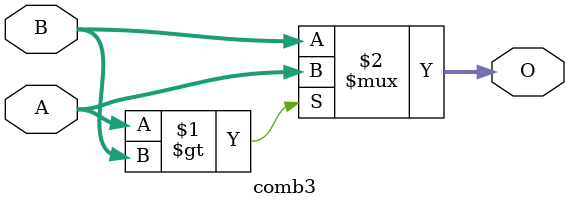
<source format=v>
module comb3
(
    input wire [3:0] A,
    input wire [3:0] B,
    output wire [3:0] O
);
    // assign O = A >> B;
    // assign O = A < B;
    // assign O = B == B;
    // assign O = A & B;
    // assign O = |B;
    // assign O = (A>B)||(B>A);
    // assign O = {A[3:2], B[1:0]};
    assign O = (A>B) ?A :B;
endmodule
</source>
